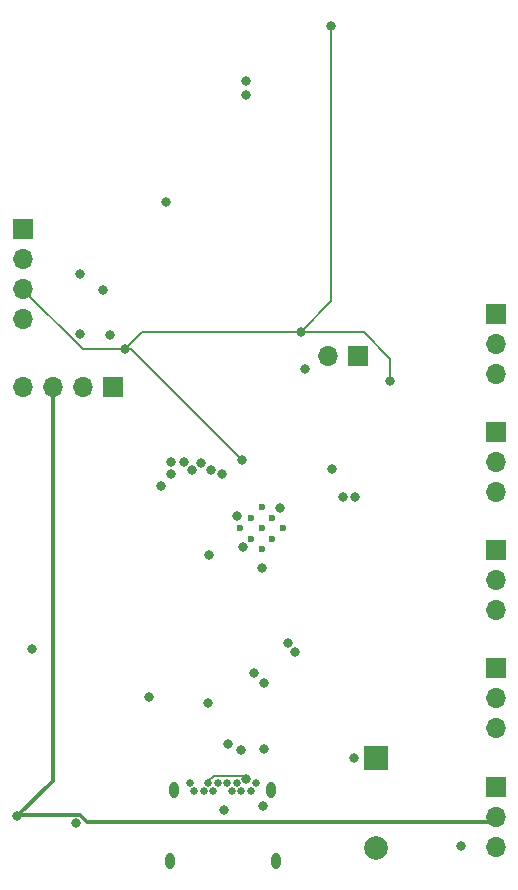
<source format=gbr>
%TF.GenerationSoftware,KiCad,Pcbnew,(6.0.7)*%
%TF.CreationDate,2022-09-28T03:26:44-04:00*%
%TF.ProjectId,picopilotv1,7069636f-7069-46c6-9f74-76312e6b6963,rev?*%
%TF.SameCoordinates,Original*%
%TF.FileFunction,Copper,L2,Inr*%
%TF.FilePolarity,Positive*%
%FSLAX46Y46*%
G04 Gerber Fmt 4.6, Leading zero omitted, Abs format (unit mm)*
G04 Created by KiCad (PCBNEW (6.0.7)) date 2022-09-28 03:26:44*
%MOMM*%
%LPD*%
G01*
G04 APERTURE LIST*
%TA.AperFunction,ComponentPad*%
%ADD10R,2.000000X2.000000*%
%TD*%
%TA.AperFunction,ComponentPad*%
%ADD11C,2.000000*%
%TD*%
%TA.AperFunction,ComponentPad*%
%ADD12R,1.700000X1.700000*%
%TD*%
%TA.AperFunction,ComponentPad*%
%ADD13O,1.700000X1.700000*%
%TD*%
%TA.AperFunction,ComponentPad*%
%ADD14C,0.650000*%
%TD*%
%TA.AperFunction,ComponentPad*%
%ADD15O,0.800000X1.400000*%
%TD*%
%TA.AperFunction,ComponentPad*%
%ADD16C,0.600000*%
%TD*%
%TA.AperFunction,ViaPad*%
%ADD17C,0.800000*%
%TD*%
%TA.AperFunction,Conductor*%
%ADD18C,0.300000*%
%TD*%
%TA.AperFunction,Conductor*%
%ADD19C,0.200000*%
%TD*%
G04 APERTURE END LIST*
D10*
%TO.N,/GPIO11*%
%TO.C,BZ1*%
X125700000Y-110800000D03*
D11*
%TO.N,GND*%
X125700000Y-118400000D03*
%TD*%
D12*
%TO.N,/~{USB_BOOT}*%
%TO.C,J2*%
X124200000Y-76700000D03*
D13*
%TO.N,GND*%
X121660000Y-76700000D03*
%TD*%
D12*
%TO.N,GND*%
%TO.C,P5*%
X135825000Y-113175000D03*
D13*
%TO.N,+5V*%
X135825000Y-115715000D03*
%TO.N,/GPIO10*%
X135825000Y-118255000D03*
%TD*%
D12*
%TO.N,GND*%
%TO.C,P4*%
X135825000Y-103175000D03*
D13*
%TO.N,+5V*%
X135825000Y-105715000D03*
%TO.N,/GPIO9*%
X135825000Y-108255000D03*
%TD*%
D12*
%TO.N,GND*%
%TO.C,P2*%
X135825000Y-83175000D03*
D13*
%TO.N,+5V*%
X135825000Y-85715000D03*
%TO.N,/GPIO7*%
X135825000Y-88255000D03*
%TD*%
D12*
%TO.N,GND*%
%TO.C,P1*%
X135825000Y-73175000D03*
D13*
%TO.N,+5V*%
X135825000Y-75715000D03*
%TO.N,/GPIO6*%
X135825000Y-78255000D03*
%TD*%
D12*
%TO.N,GND*%
%TO.C,P3*%
X135825000Y-93175000D03*
D13*
%TO.N,+5V*%
X135825000Y-95715000D03*
%TO.N,/GPIO8*%
X135825000Y-98255000D03*
%TD*%
D12*
%TO.N,/GPIO0*%
%TO.C,J5*%
X95825000Y-66000000D03*
D13*
%TO.N,/GPIO1*%
X95825000Y-68540000D03*
%TO.N,+3V3*%
X95825000Y-71080000D03*
%TO.N,GND*%
X95825000Y-73620000D03*
%TD*%
D12*
%TO.N,/GPIO12*%
%TO.C,J1*%
X103400000Y-79325000D03*
D13*
%TO.N,/GPIO13*%
X100860000Y-79325000D03*
%TO.N,+5V*%
X98320000Y-79325000D03*
%TO.N,GND*%
X95780000Y-79325000D03*
%TD*%
D14*
%TO.N,GND*%
%TO.C,J3*%
X115500000Y-112890000D03*
%TO.N,N/C*%
X115100000Y-113590000D03*
X114300000Y-113590000D03*
%TO.N,VBUS*%
X113900000Y-112890000D03*
%TO.N,Net-(R14-Pad1)*%
X113500000Y-113590000D03*
%TO.N,/USB_D+*%
X113100000Y-112890000D03*
%TO.N,/USB_D-*%
X112300000Y-112890000D03*
%TO.N,unconnected-(J3-PadB8)*%
X111900000Y-113590000D03*
%TO.N,VBUS*%
X111500000Y-112890000D03*
%TO.N,N/C*%
X111100000Y-113590000D03*
X110300000Y-113590000D03*
%TO.N,GND*%
X109900000Y-112890000D03*
D15*
X117190000Y-119440000D03*
X116830000Y-113490000D03*
X108210000Y-119440000D03*
X108570000Y-113490000D03*
%TD*%
D16*
%TO.N,GND*%
%TO.C,U3*%
X116000000Y-89496878D03*
X116901561Y-90398439D03*
X117803122Y-91300000D03*
X115098439Y-90398439D03*
X116000000Y-91300000D03*
X116901561Y-92201561D03*
X114196878Y-91300000D03*
X115098439Y-92201561D03*
X116000000Y-93103122D03*
%TD*%
D17*
%TO.N,VBUS*%
X114649552Y-112527450D03*
%TO.N,+1V1*%
X123899503Y-88700000D03*
%TO.N,+3V3*%
X114350256Y-85549744D03*
%TO.N,GND*%
X107900000Y-63700000D03*
%TO.N,+3V3*%
X121900000Y-48800000D03*
X104405176Y-76170349D03*
X119300000Y-74700000D03*
X126900000Y-78800000D03*
%TO.N,GND*%
X119700000Y-77800000D03*
X106500000Y-105600000D03*
X111588987Y-93588987D03*
X96600000Y-101500000D03*
%TO.N,+5V*%
X95300000Y-115700000D03*
%TO.N,+1V1*%
X117600000Y-89600000D03*
X116018515Y-94697728D03*
%TO.N,+3V3*%
X113894718Y-90294718D03*
X114400000Y-92900000D03*
%TO.N,/USB_D-*%
X118800000Y-101800000D03*
X122900000Y-88700000D03*
X116200000Y-104400000D03*
X114300000Y-110100000D03*
X112800000Y-115200000D03*
%TO.N,Net-(R14-Pad1)*%
X116200000Y-110000000D03*
X116100000Y-114800000D03*
%TO.N,/USB_D+*%
X118200000Y-101000000D03*
X115400000Y-103600000D03*
X122000000Y-86300000D03*
X113200000Y-109600000D03*
%TO.N,VBUS*%
X111500000Y-106100000D03*
X100300000Y-116300000D03*
%TO.N,GND*%
X102599500Y-71100000D03*
X100600000Y-69800000D03*
%TO.N,Net-(C19-Pad1)*%
X100600000Y-74900000D03*
X103167413Y-74932587D03*
%TO.N,/GPIO4*%
X114700000Y-53400000D03*
X112686044Y-86713956D03*
%TO.N,/GPIO5*%
X114700000Y-54600000D03*
X111753201Y-86346799D03*
%TO.N,/GPIO6*%
X110905848Y-85795535D03*
%TO.N,/GPIO7*%
X110111427Y-86402083D03*
%TO.N,/GPIO8*%
X109400000Y-85700000D03*
%TO.N,/GPIO9*%
X108300000Y-85700497D03*
%TO.N,/GPIO10*%
X132900000Y-118200000D03*
X108300000Y-86700000D03*
%TO.N,/GPIO11*%
X107500000Y-87700000D03*
X123800000Y-110800000D03*
%TD*%
D18*
%TO.N,+5V*%
X95450000Y-115550000D02*
X95300000Y-115700000D01*
X100610661Y-115550000D02*
X95450000Y-115550000D01*
X101260661Y-116200000D02*
X100610661Y-115550000D01*
X135340000Y-116200000D02*
X101260661Y-116200000D01*
X135825000Y-115715000D02*
X135340000Y-116200000D01*
D19*
%TO.N,VBUS*%
X111500000Y-112700000D02*
X111500000Y-112890000D01*
X114387102Y-112265000D02*
X111935000Y-112265000D01*
X111935000Y-112265000D02*
X111500000Y-112700000D01*
X114649552Y-112527450D02*
X114387102Y-112265000D01*
%TO.N,+3V3*%
X104970861Y-76170349D02*
X104405176Y-76170349D01*
X114350256Y-85549744D02*
X104970861Y-76170349D01*
X121900000Y-72100000D02*
X121900000Y-48800000D01*
X119300000Y-74700000D02*
X121900000Y-72100000D01*
X95825000Y-71114950D02*
X95825000Y-71080000D01*
X104405176Y-76170349D02*
X100880399Y-76170349D01*
X100880399Y-76170349D02*
X95825000Y-71114950D01*
X105875525Y-74700000D02*
X104405176Y-76170349D01*
X119300000Y-74700000D02*
X105875525Y-74700000D01*
X126900000Y-76939266D02*
X126900000Y-78800000D01*
X124660734Y-74700000D02*
X126900000Y-76939266D01*
X119300000Y-74700000D02*
X124660734Y-74700000D01*
D18*
%TO.N,+5V*%
X98320000Y-112680000D02*
X95300000Y-115700000D01*
X98320000Y-79325000D02*
X98320000Y-112680000D01*
%TD*%
M02*

</source>
